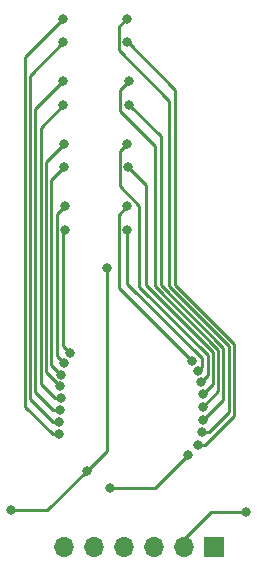
<source format=gbl>
%TF.GenerationSoftware,KiCad,Pcbnew,(5.1.12)-1*%
%TF.CreationDate,2021-12-20T11:42:42-08:00*%
%TF.ProjectId,HighPressureSensorArray,48696768-5072-4657-9373-75726553656e,rev?*%
%TF.SameCoordinates,Original*%
%TF.FileFunction,Copper,L2,Bot*%
%TF.FilePolarity,Positive*%
%FSLAX46Y46*%
G04 Gerber Fmt 4.6, Leading zero omitted, Abs format (unit mm)*
G04 Created by KiCad (PCBNEW (5.1.12)-1) date 2021-12-20 11:42:42*
%MOMM*%
%LPD*%
G01*
G04 APERTURE LIST*
%TA.AperFunction,ComponentPad*%
%ADD10R,1.700000X1.700000*%
%TD*%
%TA.AperFunction,ComponentPad*%
%ADD11O,1.700000X1.700000*%
%TD*%
%TA.AperFunction,ViaPad*%
%ADD12C,0.800000*%
%TD*%
%TA.AperFunction,Conductor*%
%ADD13C,0.250000*%
%TD*%
G04 APERTURE END LIST*
D10*
X137250000Y-91500000D03*
D11*
X134710000Y-91500000D03*
X132170000Y-91500000D03*
X129630000Y-91500000D03*
X127090000Y-91500000D03*
X124550000Y-91500000D03*
D12*
X135075014Y-83690823D03*
X128500000Y-86500000D03*
X128185000Y-67885000D03*
X140025000Y-88475000D03*
X126500000Y-84999992D03*
X120075000Y-88325000D03*
X129930400Y-64630400D03*
X135957465Y-76531326D03*
X129930400Y-62630400D03*
X135404961Y-75697802D03*
X130030400Y-59330400D03*
X136366985Y-78488605D03*
X129930400Y-57330400D03*
X136143606Y-77513861D03*
X130069600Y-54030400D03*
X136335351Y-80736365D03*
X130069600Y-52030400D03*
X136336190Y-79586190D03*
X129930400Y-48730400D03*
X135957015Y-82847552D03*
X129869600Y-46730400D03*
X136249994Y-81750000D03*
X124519600Y-48730400D03*
X124192304Y-80895655D03*
X124519600Y-46730400D03*
X124171929Y-81941350D03*
X124530400Y-54030400D03*
X124356250Y-78855314D03*
X124530400Y-52030400D03*
X124217049Y-79845590D03*
X124580400Y-59330400D03*
X124334858Y-76867717D03*
X124580400Y-57330400D03*
X124234774Y-77862708D03*
X124675076Y-64630400D03*
X125122606Y-75066477D03*
X124630400Y-62630400D03*
X124560360Y-75893462D03*
D13*
X135075014Y-83690823D02*
X132265837Y-86500000D01*
X132265837Y-86500000D02*
X128500000Y-86500000D01*
X123174992Y-88325000D02*
X126500000Y-84999992D01*
X120075000Y-88325000D02*
X123174992Y-88325000D01*
X128185000Y-83314992D02*
X126500000Y-84999992D01*
X128185000Y-67885000D02*
X128185000Y-83314992D01*
X134214998Y-91500000D02*
X133960000Y-91500000D01*
X134710000Y-90790000D02*
X134710000Y-91500000D01*
X137025000Y-88475000D02*
X134710000Y-90790000D01*
X140025000Y-88475000D02*
X137025000Y-88475000D01*
X136225001Y-76263790D02*
X135957465Y-76531326D01*
X136225001Y-75475001D02*
X136225001Y-76263790D01*
X129930400Y-69180400D02*
X136225001Y-75475001D01*
X129930400Y-64630400D02*
X129930400Y-69180400D01*
X129205399Y-69498240D02*
X135404961Y-75697802D01*
X129205399Y-63355401D02*
X129205399Y-69498240D01*
X129930400Y-62630400D02*
X129205399Y-63355401D01*
X130030400Y-59330400D02*
X131500000Y-60800000D01*
X137175007Y-77680583D02*
X136366985Y-78488605D01*
X137175007Y-74970651D02*
X137175007Y-77680583D01*
X131500000Y-60800000D02*
X131500000Y-69295644D01*
X131500000Y-69295644D02*
X137175007Y-74970651D01*
X136725001Y-76932466D02*
X136143606Y-77513861D01*
X136725001Y-75225001D02*
X136725001Y-76932466D01*
X130936501Y-69436501D02*
X136725001Y-75225001D01*
X130936501Y-62563499D02*
X130936501Y-69436501D01*
X129305399Y-60932397D02*
X130936501Y-62563499D01*
X129305399Y-57955401D02*
X129305399Y-60932397D01*
X129930400Y-57330400D02*
X129305399Y-57955401D01*
X132750000Y-56710800D02*
X132750000Y-69272821D01*
X132750000Y-69272821D02*
X138075029Y-74597850D01*
X138075029Y-74597850D02*
X138075029Y-78996687D01*
X138075029Y-78996687D02*
X136335351Y-80736365D01*
X130069600Y-54030400D02*
X132750000Y-56710800D01*
X132250000Y-57500000D02*
X132250000Y-69409233D01*
X132250000Y-69409233D02*
X137625018Y-74784251D01*
X130069600Y-52030400D02*
X129344599Y-52755401D01*
X129344599Y-52755401D02*
X129344599Y-54594599D01*
X137625018Y-74784251D02*
X137625018Y-78297362D01*
X137625018Y-78297362D02*
X136336190Y-79586190D01*
X129344599Y-54594599D02*
X132250000Y-57500000D01*
X129980400Y-48730400D02*
X129930400Y-48730400D01*
X134000000Y-52750000D02*
X129980400Y-48730400D01*
X134000000Y-69250000D02*
X134000000Y-52750000D01*
X139000000Y-74250000D02*
X134000000Y-69250000D01*
X136522700Y-82847552D02*
X139000000Y-80370252D01*
X135957015Y-82847552D02*
X136522700Y-82847552D01*
X139000000Y-80370252D02*
X139000000Y-74250000D01*
X136815679Y-81750000D02*
X136249994Y-81750000D01*
X133500000Y-69386410D02*
X138525040Y-74411450D01*
X138525040Y-80040639D02*
X136815679Y-81750000D01*
X138525040Y-74411450D02*
X138525040Y-80040639D01*
X133500000Y-53693899D02*
X133500000Y-69386410D01*
X129205399Y-47394601D02*
X129205399Y-49399298D01*
X129869600Y-46730400D02*
X129205399Y-47394601D01*
X129205399Y-49399298D02*
X133500000Y-53693899D01*
X121700011Y-51549989D02*
X121700011Y-78969047D01*
X124519600Y-48730400D02*
X121700011Y-51549989D01*
X121700011Y-78969047D02*
X123626619Y-80895655D01*
X123626619Y-80895655D02*
X124192304Y-80895655D01*
X121250000Y-79585106D02*
X123606244Y-81941350D01*
X124519600Y-46730400D02*
X121250000Y-50000000D01*
X121250000Y-50000000D02*
X121250000Y-79585106D01*
X123606244Y-81941350D02*
X124171929Y-81941350D01*
X123790565Y-78855314D02*
X124356250Y-78855314D01*
X124530400Y-54030400D02*
X122600033Y-55960767D01*
X122600033Y-55960767D02*
X122600033Y-77664782D01*
X122600033Y-77664782D02*
X123790565Y-78855314D01*
X123651364Y-79845590D02*
X124217049Y-79845590D01*
X122150022Y-78344248D02*
X123651364Y-79845590D01*
X124530400Y-52030400D02*
X122150022Y-54410778D01*
X122150022Y-54410778D02*
X122150022Y-78344248D01*
X124580400Y-59330400D02*
X123500055Y-60410745D01*
X123500055Y-60410745D02*
X123500055Y-76032914D01*
X123500055Y-76032914D02*
X124334858Y-76867717D01*
X123050044Y-76677978D02*
X124234774Y-77862708D01*
X124580400Y-57330400D02*
X123050044Y-58860756D01*
X123050044Y-58860756D02*
X123050044Y-76677978D01*
X125122606Y-75066477D02*
X124500000Y-74443871D01*
X124500000Y-64805476D02*
X124675076Y-64630400D01*
X124500000Y-74443871D02*
X124500000Y-64805476D01*
X123950066Y-63310734D02*
X123950066Y-75283168D01*
X124630400Y-62630400D02*
X123950066Y-63310734D01*
X123950066Y-75283168D02*
X124560360Y-75893462D01*
M02*

</source>
